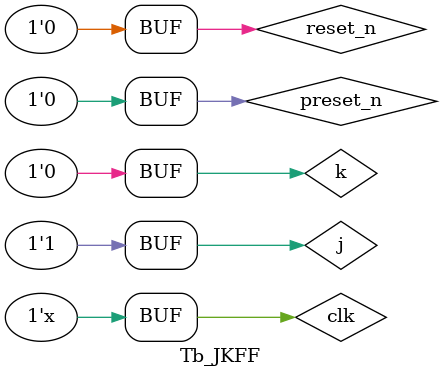
<source format=v>
`timescale 1ns / 1ps


module Tb_JKFF();
    reg clk;
    reg preset_n;
    reg reset_n;
    reg j;
    reg k;
    
    wire q;
    wire q_n;
    
    JK_FF sim(.q(q), .q_(q_n), .clk(clk), .preset_n(preset_n), .reset_n(reset_n), .j(j), .k(k));
    
    initial
    begin
        preset_n = 1'b0;
        reset_n = 1'b0;
        j = 1'b0;
        k = 1'b0;
        
        clk = 1'b0;
    end
    
    always #10 clk = ~clk;
    
    initial
    begin
        #50 preset_n = 1'b1;
        #50 reset_n = 1'b1;
        
        #50 j = 1'b1; k = 1'b0;
        #50 j = 1'b0; k = 1'b1;
        #50 j = 1'b1; k = 1'b1;
        #50 j = 1'b1; k = 1'b0;
        
        #50 reset_n = 1'b0;
        #50 preset_n = 1'b0;
    end
endmodule

</source>
